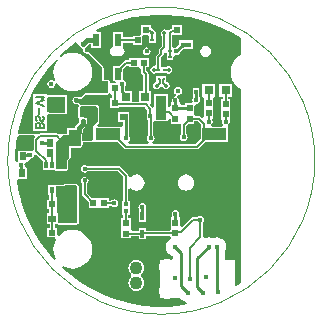
<source format=gbl>
G04*
G04 #@! TF.GenerationSoftware,Altium Limited,Altium Designer,19.0.14 (431)*
G04*
G04 Layer_Physical_Order=4*
G04 Layer_Color=16711680*
%FSLAX25Y25*%
%MOIN*%
G70*
G01*
G75*
%ADD13C,0.00500*%
%ADD14C,0.00050*%
%ADD28R,0.02441X0.02598*%
%ADD29R,0.01575X0.01181*%
%ADD30R,0.02598X0.02441*%
%ADD55C,0.00600*%
%ADD56C,0.01000*%
%ADD57C,0.01500*%
%ADD58C,0.00700*%
%ADD59C,0.00701*%
%ADD61R,0.05315X0.05315*%
%ADD62C,0.05315*%
%ADD63C,0.04331*%
%ADD64R,0.04331X0.04331*%
%ADD65C,0.05118*%
%ADD66C,0.01600*%
%ADD67C,0.01400*%
%ADD82R,0.01378X0.02165*%
%ADD83R,0.07874X0.04567*%
%ADD84R,0.03543X0.07874*%
%ADD85R,0.07874X0.03937*%
%ADD86R,0.03543X0.01772*%
%ADD87R,0.02165X0.02165*%
%ADD88R,0.00787X0.00984*%
%ADD89R,0.00984X0.00787*%
%ADD90R,0.01181X0.01102*%
%ADD91R,0.04134X0.03150*%
%ADD92R,0.02559X0.03150*%
%ADD93R,0.02362X0.04134*%
%ADD94R,0.01575X0.02756*%
%ADD95R,0.03150X0.03150*%
%ADD96R,0.01575X0.00984*%
%ADD97R,0.01181X0.01575*%
%ADD98R,0.03150X0.03150*%
%ADD99R,0.02165X0.02165*%
G36*
X5720Y48332D02*
X9495Y47734D01*
X13211Y46842D01*
X16845Y45662D01*
X20376Y44199D01*
X23781Y42464D01*
X26575Y40752D01*
Y35212D01*
X25952Y34879D01*
X24976Y34079D01*
X24176Y33103D01*
X23581Y31991D01*
X23215Y30783D01*
X23091Y29528D01*
X23215Y28272D01*
X23581Y27064D01*
X24176Y25952D01*
X24976Y24976D01*
X25952Y24176D01*
X26575Y23843D01*
X26575Y-40752D01*
X25020Y-41705D01*
X24409Y-41363D01*
Y-40053D01*
X24499Y-39370D01*
X24409Y-38687D01*
Y-33071D01*
X21391D01*
Y-30034D01*
X21585Y-29566D01*
X21693Y-28740D01*
X21585Y-27915D01*
X21266Y-27145D01*
X20759Y-26485D01*
X20099Y-25978D01*
X19329Y-25659D01*
X18504Y-25551D01*
X17678Y-25659D01*
X17126Y-25888D01*
X16574Y-25659D01*
X15748Y-25551D01*
X14922Y-25659D01*
X14483Y-25841D01*
X14432Y-25828D01*
X13859Y-25394D01*
Y-20670D01*
X13929Y-20622D01*
X14217Y-20192D01*
X14318Y-19685D01*
X14217Y-19178D01*
X13929Y-18748D01*
X13499Y-18461D01*
X12992Y-18360D01*
X12485Y-18461D01*
X12055Y-18748D01*
X12008Y-18818D01*
X10630D01*
X10298Y-18884D01*
X10017Y-19072D01*
X7007Y-22082D01*
X6307Y-21792D01*
Y-19087D01*
X6076D01*
X5840Y-18387D01*
X5949Y-18224D01*
X6050Y-17717D01*
X5949Y-17209D01*
X5662Y-16779D01*
X5232Y-16492D01*
X4724Y-16391D01*
X4217Y-16492D01*
X3787Y-16779D01*
X3500Y-17209D01*
X3399Y-17717D01*
X3500Y-18224D01*
X3609Y-18387D01*
X3373Y-19087D01*
X3142D01*
X3142Y-22441D01*
X3142Y-22890D01*
X2647Y-23385D01*
X-5012D01*
Y-22433D01*
X-7587D01*
Y-23405D01*
X-9733D01*
X-10228Y-22910D01*
X-10228Y-22500D01*
X-10228Y-21989D01*
Y-19146D01*
X-10944D01*
Y-18020D01*
X-10524D01*
X-10524Y-15839D01*
X-10524Y-15139D01*
Y-13476D01*
X-10944D01*
Y-9324D01*
X-10244Y-9086D01*
X-10169Y-9184D01*
X-9612Y-9612D01*
X-8963Y-9880D01*
X-8268Y-9972D01*
X-7572Y-9880D01*
X-6923Y-9612D01*
X-6367Y-9184D01*
X-5940Y-8628D01*
X-5671Y-7979D01*
X-5579Y-7283D01*
X-5671Y-6588D01*
X-5940Y-5939D01*
X-6367Y-5382D01*
X-6923Y-4955D01*
X-7572Y-4687D01*
X-8268Y-4595D01*
X-8963Y-4687D01*
X-9612Y-4955D01*
X-10169Y-5382D01*
X-10244Y-5481D01*
X-10944Y-5243D01*
Y-5020D01*
X-10944Y-5020D01*
X-11010Y-4688D01*
X-11198Y-4407D01*
X-11198Y-4407D01*
X-13560Y-2044D01*
X-13841Y-1856D01*
X-14173Y-1790D01*
X-24606D01*
X-24653Y-1720D01*
X-25083Y-1433D01*
X-25591Y-1332D01*
X-26098Y-1433D01*
X-26528Y-1720D01*
X-26815Y-2150D01*
X-26916Y-2657D01*
X-26815Y-3165D01*
X-26528Y-3595D01*
X-26098Y-3882D01*
X-25591Y-3983D01*
X-25083Y-3882D01*
X-24653Y-3595D01*
X-24606Y-3525D01*
X-14532D01*
X-12678Y-5379D01*
Y-13476D01*
X-13098D01*
X-13098Y-15657D01*
X-13098Y-16357D01*
Y-18020D01*
X-12678D01*
Y-19146D01*
X-13394D01*
X-13394Y-22500D01*
X-13394Y-23011D01*
Y-25854D01*
X-10228D01*
Y-25138D01*
X-7587D01*
Y-26189D01*
X-5012D01*
Y-25119D01*
X3048D01*
X3122Y-25819D01*
X2696Y-26311D01*
X2469Y-26485D01*
X1962Y-27145D01*
X1644Y-27915D01*
X1535Y-28740D01*
X1644Y-29566D01*
X1962Y-30335D01*
X2469Y-30996D01*
X3130Y-31502D01*
X3598Y-31696D01*
X3806Y-31905D01*
Y-32839D01*
X3155Y-33042D01*
X2507Y-32773D01*
X1811Y-32682D01*
X1115Y-32773D01*
X467Y-33042D01*
X429Y-33071D01*
X-394D01*
Y-33865D01*
X-517Y-34026D01*
X-786Y-34674D01*
X-877Y-35370D01*
X-786Y-36066D01*
X-517Y-36714D01*
X-394Y-36875D01*
Y-41865D01*
X-517Y-42026D01*
X-786Y-42674D01*
X-877Y-43370D01*
X-786Y-44066D01*
X-517Y-44714D01*
X-394Y-44875D01*
Y-45669D01*
X429D01*
X467Y-45698D01*
X1115Y-45967D01*
X1811Y-46058D01*
X2507Y-45967D01*
X3155Y-45698D01*
X3193Y-45669D01*
X6265D01*
X6273Y-45689D01*
X6780Y-46350D01*
X7441Y-46857D01*
X8210Y-47175D01*
X8396Y-47200D01*
X8405Y-47907D01*
X5720Y-48332D01*
X1911Y-48632D01*
X-1911D01*
X-5720Y-48332D01*
X-9495Y-47734D01*
X-13211Y-46842D01*
X-16845Y-45662D01*
X-20376Y-44199D01*
X-23781Y-42464D01*
X-27040Y-40467D01*
X-30131Y-38221D01*
X-33037Y-35739D01*
X-33103Y-35673D01*
X-32681Y-35105D01*
X-31991Y-35474D01*
X-30783Y-35840D01*
X-29528Y-35964D01*
X-28272Y-35840D01*
X-27064Y-35474D01*
X-25952Y-34879D01*
X-24976Y-34079D01*
X-24176Y-33103D01*
X-23581Y-31991D01*
X-23215Y-30783D01*
X-23091Y-29528D01*
X-23215Y-28272D01*
X-23581Y-27064D01*
X-24176Y-25952D01*
X-24976Y-24976D01*
X-25952Y-24176D01*
X-27064Y-23581D01*
X-28272Y-23215D01*
X-29528Y-23091D01*
X-30783Y-23215D01*
X-31991Y-23581D01*
X-33103Y-24176D01*
X-34079Y-24976D01*
X-34135Y-25044D01*
X-34835Y-24794D01*
Y-22433D01*
X-35511D01*
Y-21159D01*
X-34811Y-21073D01*
X-34635Y-21249D01*
X-34252Y-21407D01*
X-34252Y-21407D01*
X-28318D01*
X-27935Y-21249D01*
X-27935Y-21249D01*
X-27570Y-20884D01*
X-27411Y-20501D01*
X-27412Y-20501D01*
Y-16287D01*
X-27479Y-16126D01*
Y-13008D01*
X-27412Y-12846D01*
Y-8662D01*
X-27411Y-8661D01*
X-27570Y-8279D01*
X-27570Y-8279D01*
X-27964Y-7885D01*
X-28346Y-7727D01*
X-28346Y-7727D01*
X-31980D01*
X-32284Y-7852D01*
X-35165D01*
X-35165Y-7852D01*
X-35166Y-7853D01*
X-35548Y-8011D01*
X-35611Y-8074D01*
X-35611Y-8074D01*
X-35655Y-8181D01*
X-37606D01*
Y-11346D01*
X-37284D01*
Y-12984D01*
X-38000D01*
Y-16150D01*
X-37284D01*
Y-17571D01*
X-38177D01*
Y-21012D01*
X-37245D01*
Y-22433D01*
X-38000D01*
Y-25598D01*
X-35468D01*
X-35065Y-26298D01*
X-35474Y-27064D01*
X-35840Y-28272D01*
X-35964Y-29528D01*
X-35840Y-30783D01*
X-35474Y-31991D01*
X-35105Y-32681D01*
X-35673Y-33103D01*
X-35739Y-33037D01*
X-38221Y-30131D01*
X-40467Y-27040D01*
X-42464Y-23781D01*
X-44199Y-20376D01*
X-45662Y-16845D01*
X-45895Y-16126D01*
D01*
X-45989Y-15839D01*
X-45992Y-15828D01*
D01*
X-46016Y-15756D01*
X-46114Y-15453D01*
D01*
X-46132Y-15398D01*
X-46225Y-15111D01*
D01*
X-46248Y-15040D01*
X-46365Y-14681D01*
D01*
X-46418Y-14515D01*
X-46530Y-14173D01*
D01*
X-46646Y-13817D01*
X-46842Y-13211D01*
X-47734Y-9495D01*
X-47799Y-9086D01*
D01*
X-47866Y-8661D01*
X-47872Y-8628D01*
D01*
X-47899Y-8457D01*
X-47909Y-8394D01*
D01*
X-47927Y-8279D01*
X-47929Y-8268D01*
D01*
X-47995Y-7852D01*
D01*
D01*
X-48031Y-7620D01*
X-48182Y-6671D01*
X-48031Y-6495D01*
Y-6337D01*
X-47667Y-5972D01*
X-44736D01*
Y-2374D01*
X-45043D01*
X-45545Y-1674D01*
X-45525Y-1575D01*
X-45623Y-1082D01*
X-45626Y-1068D01*
X-45242Y-382D01*
X-44335D01*
Y55D01*
X-43701Y643D01*
X-43194Y744D01*
X-42764Y1031D01*
X-42476Y1461D01*
X-42405Y1818D01*
X-41973Y2042D01*
X-41691Y2094D01*
X-39575Y-23D01*
Y-3039D01*
X-35591D01*
X-35520Y-3210D01*
X-35138Y-3368D01*
X-31980D01*
X-31946Y-3354D01*
X-31911Y-3364D01*
X-31436Y-3302D01*
X-31285Y-3215D01*
X-31285Y-3215D01*
X-31123Y-3148D01*
X-31123Y-3148D01*
X-31113Y-3139D01*
X-31102Y-3110D01*
X-31077Y-3096D01*
X-30955Y-2756D01*
X-30955Y-2756D01*
Y79D01*
X-30418Y616D01*
X-30377Y714D01*
X-30302Y788D01*
X-30120Y1218D01*
X-30119Y1328D01*
X-30077Y1429D01*
X-30077Y1429D01*
Y4329D01*
X-27020D01*
X-26961Y4353D01*
X-26898Y4343D01*
X-26776Y4430D01*
X-26637Y4487D01*
X-26613Y4546D01*
X-26561Y4583D01*
X-26313Y4981D01*
X-26288Y5129D01*
X-26230Y5267D01*
Y6152D01*
X-23228D01*
X-23228Y6152D01*
X-22846Y6310D01*
X-22846Y6310D01*
X-22828Y6328D01*
X-22154Y6390D01*
X-21851Y6390D01*
X-14702D01*
X-12424Y4112D01*
X-12143Y3924D01*
X-11811Y3858D01*
X11811D01*
X12143Y3924D01*
X12424Y4112D01*
X14702Y6390D01*
X22154D01*
Y11116D01*
X22154Y11327D01*
X22276Y11976D01*
X22394Y12055D01*
X22681Y12485D01*
X22782Y12992D01*
X22735Y13229D01*
X23039Y13929D01*
X23039D01*
X23039Y17284D01*
X23039Y17795D01*
Y20638D01*
X22323D01*
Y21350D01*
X23531D01*
Y25500D01*
X19382D01*
Y21350D01*
X20590D01*
Y20638D01*
X19874D01*
X19874Y17283D01*
X19874Y16772D01*
Y13929D01*
X19874D01*
X20178Y13229D01*
X20131Y12992D01*
X20232Y12485D01*
X20519Y12055D01*
X20561Y12027D01*
X20349Y11327D01*
X16856D01*
X16643Y12027D01*
X16685Y12055D01*
X16973Y12485D01*
X17074Y12992D01*
X16979Y13465D01*
X16977Y13507D01*
X17331Y14165D01*
X17331D01*
X17331Y17520D01*
X17331Y18031D01*
Y20874D01*
X17823Y21350D01*
X17823D01*
Y25500D01*
X13673D01*
Y21350D01*
X13673D01*
X14165Y20874D01*
X14165Y17520D01*
X14165Y17009D01*
Y14457D01*
X13465Y14167D01*
X13043Y14589D01*
X12762Y14777D01*
X12430Y14843D01*
X11526D01*
X11032Y15338D01*
X11032Y15748D01*
X11032Y16259D01*
Y18376D01*
X11634Y18970D01*
X11732Y18989D01*
X12141Y19071D01*
X12571Y19358D01*
X12858Y19788D01*
X12959Y20295D01*
X12858Y20802D01*
X12802Y20887D01*
X12705Y21547D01*
X12705Y21547D01*
X12705Y21547D01*
Y24122D01*
X10524D01*
Y21547D01*
X10524D01*
X10458Y20875D01*
X10409Y20802D01*
X10308Y20295D01*
X10406Y19802D01*
X10409Y19788D01*
X10025Y19102D01*
X7866D01*
Y18539D01*
X6706D01*
X6307Y19102D01*
X5995Y19802D01*
X6050Y20079D01*
X5949Y20586D01*
X5662Y21016D01*
X5356Y21220D01*
X5503Y21863D01*
X5522Y21905D01*
X6019Y22004D01*
X6449Y22291D01*
X6736Y22721D01*
X6837Y23228D01*
X6736Y23736D01*
X6449Y24166D01*
X6019Y24453D01*
X5512Y24554D01*
X5005Y24453D01*
X4575Y24166D01*
X4287Y23736D01*
X4186Y23228D01*
X4287Y22721D01*
X4575Y22291D01*
X4880Y22087D01*
X4733Y21444D01*
X4714Y21402D01*
X4217Y21303D01*
X3787Y21016D01*
X3500Y20586D01*
X3399Y20079D01*
X3454Y19802D01*
X3142Y19102D01*
X3142D01*
Y18196D01*
X2442Y17781D01*
X2272Y17873D01*
Y22154D01*
X-2272D01*
Y18115D01*
X-2921Y17697D01*
X-2972Y17703D01*
X-3127Y17936D01*
X-3729Y18538D01*
X-3462Y19185D01*
X-3437D01*
Y23335D01*
X-4251D01*
Y28871D01*
X-4317Y29203D01*
X-4505Y29484D01*
X-5014Y29992D01*
Y30769D01*
X-4977Y30955D01*
Y31095D01*
X-4126D01*
Y34260D01*
X-7291D01*
Y34260D01*
X-7669D01*
Y34260D01*
X-10835D01*
Y33544D01*
X-11780D01*
X-12111Y33478D01*
X-12393Y33290D01*
X-14080Y31602D01*
X-16051D01*
Y26469D01*
X-15526D01*
X-15107Y25769D01*
X-15114Y25756D01*
X-17134Y25756D01*
X-17175Y26439D01*
Y26469D01*
X-17334Y26851D01*
X-17717Y27010D01*
X-19250D01*
Y31012D01*
X-19409Y31394D01*
X-19409Y31394D01*
X-24136Y36122D01*
X-24187Y36143D01*
X-24218Y36189D01*
X-24373Y36220D01*
X-24519Y36280D01*
X-24570Y36259D01*
X-24624Y36270D01*
X-24803Y36234D01*
X-25099Y36293D01*
X-25350Y36461D01*
X-25518Y36712D01*
X-25577Y37008D01*
X-25541Y37187D01*
X-25552Y37241D01*
X-25531Y37292D01*
X-25483Y37703D01*
X-25113Y37995D01*
X-25047Y38039D01*
X-24902Y38256D01*
X-24231Y38927D01*
X-23531Y38849D01*
Y37689D01*
X-20169D01*
Y42823D01*
X-21578D01*
X-21741Y43503D01*
X-20376Y44199D01*
X-16845Y45662D01*
X-13211Y46842D01*
X-9495Y47734D01*
X-5720Y48332D01*
X-1911Y48632D01*
X1911D01*
X5720Y48332D01*
D02*
G37*
G36*
X-27129Y38349D02*
X-26921Y38039D01*
X-26612Y37832D01*
X-26072Y37292D01*
X-26129Y37008D01*
X-26028Y36501D01*
X-25740Y36070D01*
X-25310Y35783D01*
X-24803Y35682D01*
X-24519Y35739D01*
X-19791Y31012D01*
Y26469D01*
X-17717D01*
Y22835D01*
X-18110Y22441D01*
X-21508D01*
Y22508D01*
X-24949D01*
Y22441D01*
X-25591D01*
X-26933Y21098D01*
X-27532D01*
X-27839Y21303D01*
X-28346Y21404D01*
X-28854Y21303D01*
X-29284Y21016D01*
X-29571Y20586D01*
X-29672Y20079D01*
X-29571Y19571D01*
X-29284Y19141D01*
X-28854Y18854D01*
X-28346Y18753D01*
X-28059Y18810D01*
X-27559Y18486D01*
Y18073D01*
X-27707Y17717D01*
X-27707Y17717D01*
Y14722D01*
X-27683Y14666D01*
X-27694Y14607D01*
X-27607Y14481D01*
X-27559Y14366D01*
Y12728D01*
X-28423Y11864D01*
X-28699Y11450D01*
X-28796Y10963D01*
Y10736D01*
X-31405D01*
Y9055D01*
X-34761D01*
X-34914Y9086D01*
X-40534D01*
X-40687Y9055D01*
X-47419D01*
X-47644Y9318D01*
X-47720Y9555D01*
X-46842Y13211D01*
X-45662Y16845D01*
X-44199Y20376D01*
X-42464Y23781D01*
X-40467Y27039D01*
X-38221Y30131D01*
X-35739Y33037D01*
X-34855Y33921D01*
X-34484Y33585D01*
X-34879Y33103D01*
X-35474Y31991D01*
X-35840Y30783D01*
X-35964Y29528D01*
X-35840Y28272D01*
X-35474Y27064D01*
X-35415Y26954D01*
X-35797Y26608D01*
X-36107Y26815D01*
X-36614Y26916D01*
X-37121Y26815D01*
X-37551Y26528D01*
X-37839Y26098D01*
X-37940Y25591D01*
X-37839Y25083D01*
X-37551Y24653D01*
X-37121Y24366D01*
X-36614Y24265D01*
X-36107Y24366D01*
X-35677Y24653D01*
X-35390Y25083D01*
X-35289Y25591D01*
X-34890Y25909D01*
X-34842Y25906D01*
X-34079Y24976D01*
X-33103Y24176D01*
X-31991Y23581D01*
X-30783Y23215D01*
X-29528Y23091D01*
X-28272Y23215D01*
X-27064Y23581D01*
X-25952Y24176D01*
X-24976Y24976D01*
X-24176Y25952D01*
X-23581Y27064D01*
X-23215Y28272D01*
X-23091Y29528D01*
X-23215Y30783D01*
X-23581Y31991D01*
X-24176Y33103D01*
X-24976Y34079D01*
X-25952Y34879D01*
X-27064Y35474D01*
X-28272Y35840D01*
X-29528Y35964D01*
X-30783Y35840D01*
X-31991Y35474D01*
X-33103Y34879D01*
X-33585Y34484D01*
X-33921Y34855D01*
X-33037Y35739D01*
X-30131Y38221D01*
X-28318Y39538D01*
X-27129Y38349D01*
D02*
G37*
G36*
X-16418Y21993D02*
Y20874D01*
X-17134D01*
Y17709D01*
X-13969D01*
Y17968D01*
X-5611D01*
X-4607Y16964D01*
Y16051D01*
X-4831D01*
Y13476D01*
X-4410D01*
Y8465D01*
X-4481Y8418D01*
X-4768Y7988D01*
X-4869Y7480D01*
X-4768Y6973D01*
X-4481Y6543D01*
X-4103Y6291D01*
X-4098Y6240D01*
X-4529Y5591D01*
X-10874D01*
X-11223Y6255D01*
X-11198Y6327D01*
X-10874Y6543D01*
X-10587Y6973D01*
X-10486Y7480D01*
X-10587Y7988D01*
X-10791Y8294D01*
Y12846D01*
X-10760D01*
Y16287D01*
X-14358D01*
Y12846D01*
X-12831D01*
Y11841D01*
X-13280Y11327D01*
X-21170D01*
X-21460Y12027D01*
X-20877Y12609D01*
X-20719Y12992D01*
X-20719Y12992D01*
Y17717D01*
X-20719Y17717D01*
X-20877Y18099D01*
X-20877Y18099D01*
X-21271Y18493D01*
X-21654Y18651D01*
X-21654Y18651D01*
X-26380D01*
X-26772Y18651D01*
X-27176Y18868D01*
X-27231Y18891D01*
X-27264Y18940D01*
X-27764Y19264D01*
X-27965Y19301D01*
X-28165Y19341D01*
X-28346Y19305D01*
X-28642Y19364D01*
X-28894Y19532D01*
X-29061Y19783D01*
X-29120Y20079D01*
X-29061Y20375D01*
X-28894Y20626D01*
X-28642Y20794D01*
X-28346Y20852D01*
X-28050Y20794D01*
X-27833Y20648D01*
X-27678Y20617D01*
X-27532Y20557D01*
X-26933D01*
X-26933Y20557D01*
X-26550Y20716D01*
X-26550Y20716D01*
X-25366Y21900D01*
X-24949D01*
X-24787Y21967D01*
X-21669D01*
X-21508Y21900D01*
X-18110D01*
X-18110Y21900D01*
X-17728Y22058D01*
X-17728Y22058D01*
X-17647Y22139D01*
X-17278Y22464D01*
X-17118Y22498D01*
X-16418Y21993D01*
D02*
G37*
G36*
X-10835Y31536D02*
Y31095D01*
X-7669D01*
Y31095D01*
X-7374D01*
X-6747Y30718D01*
Y29634D01*
X-6681Y29302D01*
X-6493Y29021D01*
X-5985Y28512D01*
Y23335D01*
X-7587D01*
Y19702D01*
X-9736D01*
Y23335D01*
X-11972D01*
Y24777D01*
X-11767Y25083D01*
X-11667Y25591D01*
X-11767Y26098D01*
X-12055Y26528D01*
X-12485Y26815D01*
X-12689Y26856D01*
Y29783D01*
X-12672Y29866D01*
Y30559D01*
X-11535Y31697D01*
X-10835Y31536D01*
D02*
G37*
G36*
X-21260Y17717D02*
Y12992D01*
X-22835Y11417D01*
Y7087D01*
X-23228Y6693D01*
X-26272D01*
Y9363D01*
X-26247Y9486D01*
Y10435D01*
X-25317Y11365D01*
X-25041Y11778D01*
X-24944Y12266D01*
Y12295D01*
X-24894D01*
Y14279D01*
X-25509D01*
X-25731Y14427D01*
X-26219Y14525D01*
X-26665Y14436D01*
X-26729Y14442D01*
X-27165Y14722D01*
Y17717D01*
X-26772Y18110D01*
X-21654D01*
X-21260Y17717D01*
D02*
G37*
G36*
X3142Y13892D02*
Y12394D01*
X5977D01*
X6465Y12098D01*
X6614Y11821D01*
Y8858D01*
X6543Y8811D01*
X6256Y8381D01*
X6155Y7874D01*
X6256Y7367D01*
X6543Y6937D01*
X6973Y6650D01*
X7480Y6549D01*
X7988Y6650D01*
X8418Y6937D01*
X8705Y7367D01*
X8806Y7874D01*
X8705Y8381D01*
X8418Y8811D01*
X8347Y8858D01*
Y11649D01*
X9092Y12394D01*
X11032D01*
Y13110D01*
X12071D01*
X13263Y11918D01*
Y10477D01*
X13280Y10393D01*
Y7418D01*
X11452Y5591D01*
X-2558D01*
X-2989Y6240D01*
X-2983Y6291D01*
X-2606Y6543D01*
X-2319Y6973D01*
X-2218Y7480D01*
X-2319Y7988D01*
X-2606Y8418D01*
X-2676Y8465D01*
Y12747D01*
X-2272Y13280D01*
X-2031Y13280D01*
X2272D01*
Y13641D01*
X2972Y14009D01*
X3142Y13892D01*
D02*
G37*
G36*
X-42112Y7867D02*
X-42345Y7634D01*
X-42533Y7352D01*
X-42599Y7021D01*
Y3638D01*
X-43080Y3278D01*
X-43159Y3238D01*
X-43283Y3211D01*
X-43664Y3287D01*
X-43701Y3294D01*
X-44335Y3217D01*
X-44335Y3216D01*
X-47776D01*
Y-170D01*
X-47932Y-329D01*
X-48632Y-42D01*
Y1911D01*
X-48332Y5720D01*
X-47973Y7986D01*
X-47953Y8023D01*
X-47587Y8390D01*
X-47419Y8514D01*
X-42380D01*
X-42112Y7867D01*
D02*
G37*
G36*
X-26788Y9539D02*
X-26802Y9469D01*
X-26792Y9414D01*
X-26813Y9363D01*
Y6693D01*
X-26772Y6593D01*
Y5267D01*
X-27020Y4870D01*
X-30618D01*
Y1429D01*
X-30618Y1429D01*
X-30618D01*
X-30800Y999D01*
X-31496Y303D01*
Y-2756D01*
X-31506Y-2765D01*
X-31980Y-2827D01*
Y-2827D01*
X-35138D01*
X-35138Y6201D01*
X-32825Y8514D01*
X-31405D01*
X-31023Y8672D01*
X-30864Y9055D01*
Y10195D01*
X-28796D01*
X-28697Y10236D01*
X-26788D01*
Y9539D01*
D02*
G37*
G36*
X-27953Y-8661D02*
Y-12846D01*
X-28020D01*
Y-16287D01*
X-27953D01*
Y-20501D01*
X-28318Y-20866D01*
X-34252D01*
X-34579Y-20539D01*
Y-17571D01*
X-34646D01*
Y-12233D01*
X-35090Y-11789D01*
X-35228Y-11346D01*
X-35228D01*
Y-8457D01*
X-35165Y-8394D01*
X-31980D01*
Y-8268D01*
X-28346D01*
X-27953Y-8661D01*
D02*
G37*
%LPC*%
G36*
X6740Y45087D02*
X3575D01*
Y44065D01*
X3435D01*
X3103Y43999D01*
X2822Y43812D01*
X2573Y43562D01*
X1905Y43398D01*
X1610Y43545D01*
X1453Y43650D01*
X984Y43743D01*
X516Y43650D01*
X119Y43385D01*
X-146Y42988D01*
X-239Y42520D01*
X-146Y42052D01*
X119Y41655D01*
X169Y41622D01*
Y38240D01*
X-585Y37486D01*
X-762Y37222D01*
X-824Y36909D01*
X-824Y36909D01*
Y36007D01*
X-1561Y35271D01*
X-1738Y35006D01*
X-1800Y34694D01*
X-1800Y34694D01*
Y32093D01*
X-2402Y31499D01*
X-2870Y31406D01*
X-3267Y31141D01*
X-3532Y30744D01*
X-3625Y30276D01*
X-3532Y29807D01*
X-3267Y29410D01*
X-2870Y29145D01*
X-2402Y29052D01*
X-2369Y29059D01*
X-1681Y29087D01*
X-1681Y29087D01*
X-1681Y29087D01*
X1681D01*
X1681Y29087D01*
X2369Y29059D01*
X2402Y29052D01*
X2870Y29145D01*
X3267Y29410D01*
X3532Y29807D01*
X3625Y30276D01*
X3532Y30744D01*
X3267Y31141D01*
X2870Y31406D01*
X2402Y31499D01*
X1933Y31406D01*
X1536Y31141D01*
X1503Y31091D01*
X984D01*
X984Y31091D01*
X960Y31087D01*
X881D01*
X802Y31071D01*
X-169D01*
Y34356D01*
X568Y35092D01*
X568Y35092D01*
X745Y35357D01*
X807Y35669D01*
Y36052D01*
X923Y36122D01*
X1324Y36101D01*
X1724Y35942D01*
X1801Y35827D01*
X1862Y35173D01*
Y33535D01*
X4043D01*
Y34663D01*
X4743Y35127D01*
X4921Y35092D01*
X5429Y35193D01*
X5858Y35480D01*
X6146Y35910D01*
X6218Y36272D01*
X7241Y37295D01*
X10539D01*
Y40067D01*
X5996D01*
Y38934D01*
X4776Y37714D01*
X4414Y37642D01*
X3721Y38021D01*
Y41921D01*
X6740D01*
Y45087D01*
D02*
G37*
G36*
X-3535D02*
X-6701D01*
Y42403D01*
X-6701Y41921D01*
X-6936Y41837D01*
X-7310Y41703D01*
X-9457D01*
Y41123D01*
X-12689D01*
Y42823D01*
X-16051D01*
Y38000D01*
X-16231Y37964D01*
X-16774Y37601D01*
X-17137Y37058D01*
X-17264Y36417D01*
X-17137Y35777D01*
X-16774Y35234D01*
X-16231Y34871D01*
X-15590Y34743D01*
X-13937D01*
X-13296Y34871D01*
X-12753Y35234D01*
X-12391Y35777D01*
X-12263Y36417D01*
X-12391Y37058D01*
X-12419Y37101D01*
X-12689Y37689D01*
Y39389D01*
X-9457D01*
Y38538D01*
X-6291D01*
Y41221D01*
X-6291Y41703D01*
X-6056Y41787D01*
X-5682Y41921D01*
X-4346D01*
X-4043Y41346D01*
Y39244D01*
X-1862D01*
Y41346D01*
X-1862D01*
X-1834Y42035D01*
X-1822Y42052D01*
X-1729Y42520D01*
X-1822Y42988D01*
X-2088Y43385D01*
X-2485Y43650D01*
X-2739Y43701D01*
X-2930Y43893D01*
X-3212Y44080D01*
X-3535Y44145D01*
Y45087D01*
D02*
G37*
G36*
X-4921Y37743D02*
X-5429Y37642D01*
X-5858Y37355D01*
X-6146Y36925D01*
X-6247Y36417D01*
X-6146Y35910D01*
X-5858Y35480D01*
X-5429Y35193D01*
X-4921Y35092D01*
X-4414Y35193D01*
X-3984Y35480D01*
X-3697Y35910D01*
X-3596Y36417D01*
X-3697Y36925D01*
X-3984Y37355D01*
X-4414Y37642D01*
X-4921Y37743D01*
D02*
G37*
G36*
X14764Y38252D02*
X14062Y38112D01*
X13467Y37714D01*
X13069Y37119D01*
X12929Y36417D01*
X13069Y35715D01*
X13467Y35120D01*
X14062Y34723D01*
X14764Y34583D01*
X15466Y34723D01*
X16061Y35120D01*
X16459Y35715D01*
X16598Y36417D01*
X16459Y37119D01*
X16061Y37714D01*
X15466Y38112D01*
X14764Y38252D01*
D02*
G37*
G36*
X1681Y28236D02*
X-1681D01*
X-1681Y26252D01*
X-2043Y26130D01*
X-2440Y25865D01*
X-2705Y25468D01*
X-2798Y25000D01*
X-2705Y24532D01*
X-2440Y24135D01*
X-2043Y23870D01*
X-1575Y23776D01*
X-1107Y23870D01*
X-710Y24135D01*
X-444Y24532D01*
X-0Y24712D01*
X444Y24532D01*
X710Y24135D01*
X1107Y23870D01*
X1575Y23776D01*
X2043Y23870D01*
X2440Y24135D01*
X2705Y24532D01*
X2798Y25000D01*
X2705Y25468D01*
X2440Y25865D01*
X2043Y26130D01*
X1681Y26252D01*
X1681Y26862D01*
Y28236D01*
D02*
G37*
G36*
X8268Y-4595D02*
X7572Y-4687D01*
X6923Y-4955D01*
X6367Y-5382D01*
X5940Y-5939D01*
X5671Y-6588D01*
X5579Y-7283D01*
X5671Y-7979D01*
X5940Y-8628D01*
X6367Y-9184D01*
X6923Y-9612D01*
X7572Y-9880D01*
X8268Y-9972D01*
X8963Y-9880D01*
X9612Y-9612D01*
X10169Y-9184D01*
X10596Y-8628D01*
X10864Y-7979D01*
X10956Y-7283D01*
X10864Y-6588D01*
X10596Y-5939D01*
X10169Y-5382D01*
X9612Y-4955D01*
X8963Y-4687D01*
X8268Y-4595D01*
D02*
G37*
G36*
X-25591Y-5269D02*
X-26098Y-5370D01*
X-26528Y-5657D01*
X-26815Y-6087D01*
X-26916Y-6594D01*
X-26815Y-7102D01*
X-26528Y-7532D01*
X-26458Y-7579D01*
Y-11220D01*
X-26392Y-11552D01*
X-26204Y-11834D01*
X-24220Y-13817D01*
Y-15756D01*
X-20866Y-15756D01*
X-20355Y-15756D01*
X-17512D01*
Y-15040D01*
X-16732D01*
X-16685Y-15111D01*
X-16255Y-15398D01*
X-15748Y-15499D01*
X-15241Y-15398D01*
X-14811Y-15111D01*
X-14524Y-14681D01*
X-14423Y-14173D01*
X-14524Y-13666D01*
X-14811Y-13236D01*
X-15241Y-12949D01*
X-15748Y-12848D01*
X-16255Y-12949D01*
X-16685Y-13236D01*
X-16732Y-13306D01*
X-17512D01*
Y-12591D01*
X-20866Y-12591D01*
X-21377Y-12591D01*
X-22994D01*
X-24724Y-10861D01*
Y-7579D01*
X-24653Y-7532D01*
X-24366Y-7102D01*
X-24265Y-6594D01*
X-24366Y-6087D01*
X-24653Y-5657D01*
X-25083Y-5370D01*
X-25591Y-5269D01*
D02*
G37*
G36*
X-6299Y-14127D02*
X-6806Y-14228D01*
X-7237Y-14515D01*
X-7524Y-14945D01*
X-7625Y-15453D01*
X-7550Y-15828D01*
X-7587Y-16528D01*
X-7587D01*
Y-20283D01*
X-5012D01*
Y-16528D01*
X-5012Y-16528D01*
X-5048Y-15828D01*
X-4974Y-15453D01*
X-5075Y-14945D01*
X-5362Y-14515D01*
X-5792Y-14228D01*
X-6299Y-14127D01*
D02*
G37*
G36*
X-8327Y-33001D02*
X-9023Y-33092D01*
X-9671Y-33361D01*
X-10228Y-33788D01*
X-10655Y-34345D01*
X-10924Y-34993D01*
X-11015Y-35689D01*
X-10924Y-36385D01*
X-10655Y-37033D01*
X-10228Y-37590D01*
X-9994Y-37769D01*
X-9986Y-37784D01*
Y-38594D01*
X-9994Y-38609D01*
X-10228Y-38788D01*
X-10655Y-39345D01*
X-10924Y-39993D01*
X-11015Y-40689D01*
X-10924Y-41385D01*
X-10655Y-42033D01*
X-10228Y-42590D01*
X-9671Y-43017D01*
X-9023Y-43286D01*
X-8327Y-43377D01*
X-7631Y-43286D01*
X-6983Y-43017D01*
X-6426Y-42590D01*
X-5999Y-42033D01*
X-5730Y-41385D01*
X-5638Y-40689D01*
X-5730Y-39993D01*
X-5999Y-39345D01*
X-6426Y-38788D01*
X-6660Y-38609D01*
X-6668Y-38594D01*
Y-37784D01*
X-6660Y-37769D01*
X-6426Y-37590D01*
X-5999Y-37033D01*
X-5730Y-36385D01*
X-5638Y-35689D01*
X-5730Y-34993D01*
X-5999Y-34345D01*
X-6426Y-33788D01*
X-6983Y-33361D01*
X-7631Y-33092D01*
X-8327Y-33001D01*
D02*
G37*
G36*
X-38233Y22115D02*
X-42732D01*
Y9963D01*
X-38233D01*
Y15373D01*
X-37803Y15543D01*
X-37733Y15543D01*
X-31488D01*
Y21858D01*
X-37733D01*
X-37803Y21858D01*
X-38233Y22028D01*
Y22115D01*
D02*
G37*
%LPD*%
G36*
X-32029Y16084D02*
X-37733D01*
X-37733Y16085D01*
X-38145Y16515D01*
X-38233Y16625D01*
Y20776D01*
X-38145Y20887D01*
X-37733Y21317D01*
X-37733Y21317D01*
X-32029D01*
Y16084D01*
D02*
G37*
D13*
X-14764Y40256D02*
X-14705Y40315D01*
X-39233Y10963D02*
X-41732D01*
X-39233D02*
Y12034D01*
X-39352Y12391D01*
X-39471Y12510D01*
X-39709Y12629D01*
X-39947D01*
X-40185Y12510D01*
X-40304Y12391D01*
X-40423Y12034D01*
Y10963D02*
Y12034D01*
X-40542Y12391D01*
X-40661Y12510D01*
X-40899Y12629D01*
X-41256D01*
X-41494Y12510D01*
X-41613Y12391D01*
X-41732Y12034D01*
Y10963D01*
X-39590Y14855D02*
X-39352Y14617D01*
X-39233Y14259D01*
Y13783D01*
X-39352Y13426D01*
X-39590Y13188D01*
X-39828D01*
X-40066Y13307D01*
X-40185Y13426D01*
X-40304Y13664D01*
X-40542Y14378D01*
X-40661Y14617D01*
X-40780Y14736D01*
X-41018Y14855D01*
X-41375D01*
X-41613Y14617D01*
X-41732Y14259D01*
Y13783D01*
X-41613Y13426D01*
X-41375Y13188D01*
X-40661Y15414D02*
Y17556D01*
X-39233Y18294D02*
X-41732Y19247D01*
X-39233Y20199D02*
X-41732Y19247D01*
X-39709Y20520D02*
X-39590Y20758D01*
X-39233Y21115D01*
X-41732D01*
D14*
X51181Y0D02*
G03*
X51181Y0I-51181J0D01*
G01*
D28*
X-46457Y-7638D02*
D03*
Y-4173D02*
D03*
X-23228Y20709D02*
D03*
Y24173D02*
D03*
X-46055Y4882D02*
D03*
Y1417D02*
D03*
X-37008Y6063D02*
D03*
Y2598D02*
D03*
D29*
X-11811Y-14567D02*
D03*
Y-16929D02*
D03*
D30*
X-9094Y14567D02*
D03*
X-12559D02*
D03*
X-28819Y3150D02*
D03*
X-32283D02*
D03*
X-36378Y-19291D02*
D03*
X-32913D02*
D03*
X-26221Y-14567D02*
D03*
X-29685D02*
D03*
D55*
X-1575Y25000D02*
X-1482D01*
X-787Y27146D02*
X-550Y26908D01*
Y25932D02*
Y26908D01*
X-787Y27146D02*
Y27244D01*
X-1482Y25000D02*
X-550Y25932D01*
X787Y27146D02*
Y27244D01*
X1482Y25000D02*
X1575D01*
X550Y26908D02*
X787Y27146D01*
X550Y25932D02*
Y26908D01*
Y25932D02*
X1482Y25000D01*
X-2402Y30276D02*
X-984D01*
X-2461D02*
X-2402D01*
X-9Y36909D02*
X984Y37902D01*
X-9Y35669D02*
Y36909D01*
X-984Y34694D02*
X-9Y35669D01*
X-984Y30276D02*
Y34694D01*
X984Y37902D02*
Y42520D01*
X979Y30271D02*
X984Y30276D01*
X881Y30271D02*
X979D01*
X787Y30177D02*
X881Y30271D01*
X787Y30079D02*
Y30177D01*
X984Y30276D02*
X2402D01*
D56*
X-44725Y1969D02*
G03*
X-46055Y1417I0J-1882D01*
G01*
X-46850Y-3223D02*
G03*
X-46457Y-4173I1344J0D01*
G01*
X-9078Y17184D02*
Y17274D01*
X-9094Y17290D02*
X-9078Y17274D01*
X-6102Y17184D02*
Y17185D01*
Y14764D02*
Y17184D01*
X-9094Y14567D02*
Y17290D01*
X-12992Y22920D02*
Y25591D01*
Y22920D02*
X-12886Y22814D01*
Y22335D02*
Y22814D01*
Y22335D02*
X-11811Y21260D01*
X-12559Y14567D02*
X-12531D01*
X-11811Y13847D01*
Y7480D02*
Y13847D01*
X4921Y36417D02*
X6799Y38295D01*
X7382Y38572D02*
X8159D01*
X6996Y38295D02*
X7382Y38681D01*
X6799Y38295D02*
X6996D01*
X7382Y38681D02*
X8268D01*
X9539Y35164D02*
X10792Y36417D01*
X9539Y34933D02*
Y35164D01*
X9154Y34547D02*
X9539Y34933D01*
X8268Y34547D02*
X9154D01*
X8159Y38572D02*
X8268Y38681D01*
X-44725Y1969D02*
X-43701D01*
X-46055Y1417D02*
X-45819Y1181D01*
X-28346Y20079D02*
X-23858D01*
X-23228Y20709D01*
X-18504Y29429D02*
Y32677D01*
Y29429D02*
X-18110Y29035D01*
X-8009Y40256D02*
X-7874Y40121D01*
X-23779Y21260D02*
X-23228Y20709D01*
X12008Y-42067D02*
Y-32480D01*
X15748Y-28740D01*
X12008Y-42067D02*
X14035Y-44094D01*
X4724Y-28740D02*
X6693Y-30709D01*
Y-41752D02*
Y-30709D01*
X4724Y-20669D02*
Y-17717D01*
X6693Y-41752D02*
X9035Y-44094D01*
X4724Y-20669D02*
X4724Y-20669D01*
X-6299Y-18406D02*
Y-15453D01*
X18504Y-43243D02*
Y-28740D01*
X18986Y-43744D02*
Y-43725D01*
X18504Y-43243D02*
X18986Y-43725D01*
X-2756Y36410D02*
Y36573D01*
X4724Y17520D02*
Y20079D01*
X11634Y20295D02*
Y22815D01*
X9252Y20295D02*
Y22835D01*
X15748Y26575D02*
Y29724D01*
X5906Y30177D02*
Y31988D01*
X5158Y32736D02*
X5906Y31988D01*
X2953Y32736D02*
X5158D01*
X4961Y47244D02*
X5158Y47047D01*
X2402Y47244D02*
X4961D01*
X-4921D02*
X-2362D01*
X-5118Y47047D02*
X-4921Y47244D01*
X-2953Y36769D02*
X-2756Y36573D01*
X-2953Y36769D02*
Y38445D01*
X11614Y22835D02*
X11634Y22815D01*
X10792Y36417D02*
X10827D01*
X4724Y17520D02*
X9449D01*
X-14764Y40256D02*
X-14628Y40121D01*
X-8071Y36614D02*
X-7874Y36417D01*
X-10827Y36614D02*
X-8071D01*
X-7933Y40256D02*
X-7874Y40315D01*
X-39803Y6063D02*
X-37008D01*
X-15551Y-7390D02*
Y-5118D01*
X-17020Y-8858D02*
X-15551Y-7390D01*
X-17717Y-8858D02*
X-17020D01*
X12027D02*
X17717D01*
X0Y-17717D02*
Y-12205D01*
X-39961Y-24016D02*
Y-21457D01*
X-40354Y-5315D02*
Y-1457D01*
X-38071Y-5610D02*
X-36417D01*
X-26221Y-17165D02*
Y-14567D01*
X-46850Y-3223D02*
Y-1575D01*
X-46055Y4882D02*
Y7484D01*
X-28819Y3150D02*
X-25827D01*
X-28839Y8661D02*
X-28346D01*
X-27522Y9486D01*
X-26219Y13250D02*
X-26181Y13287D01*
X-19094Y16929D02*
Y19291D01*
X-19094Y14567D02*
X-16535D01*
D57*
X-22638D02*
Y16929D01*
X-24705Y40256D02*
X-21850D01*
X-25984Y38976D02*
X-24705Y40256D01*
X-27522Y9486D02*
Y10963D01*
X-26219Y12266D01*
Y13250D01*
D58*
X-5118Y21654D02*
Y28871D01*
X-5512Y21260D02*
X-5118Y21654D01*
X-11811Y-20728D02*
Y-16929D01*
X-6142Y32677D02*
X-5844Y32379D01*
Y30955D02*
Y32379D01*
X-5881Y30918D02*
X-5844Y30955D01*
X-5881Y29634D02*
Y30918D01*
Y29634D02*
X-5118Y28871D01*
X-14567Y29232D02*
X-13933Y29866D01*
X-13539Y30918D02*
X-11780Y32677D01*
X-9685D01*
X-13539Y29866D02*
Y30918D01*
X-14370Y29035D02*
X-13539Y29866D01*
X-14370Y40256D02*
X-8009D01*
X21457Y19055D02*
Y23425D01*
Y12992D02*
Y15512D01*
X9449Y-28937D02*
X12992Y-25394D01*
X9449Y-39370D02*
Y-28937D01*
X12992Y-25394D02*
Y-19685D01*
X9252Y-39370D02*
X9449D01*
X10630Y-19685D02*
X12992D01*
X6447Y-23868D02*
X10630Y-19685D01*
X5069Y-23868D02*
X6447D01*
X4724Y-24213D02*
X5069Y-23868D01*
X15748Y12992D02*
X15748Y12992D01*
X15748Y12992D02*
Y15748D01*
X12430Y13976D02*
X14130Y12277D01*
Y10477D02*
Y12277D01*
Y10477D02*
X15748Y8858D01*
X16727D01*
X9449Y13976D02*
X12430D01*
X21654Y12992D02*
X21654Y12992D01*
X-6240Y-24252D02*
X4685D01*
X-6299Y-24311D02*
X-6240Y-24252D01*
X4685D02*
X4724Y-24213D01*
X-6339Y-24272D02*
X-6299Y-24311D01*
X-11811Y-24272D02*
X-6339D01*
X7480Y7874D02*
Y12008D01*
X9449Y13976D01*
X15748Y8858D02*
X16727D01*
X17717D01*
X11811Y4724D02*
X14130Y7043D01*
Y7240D01*
X15748Y8858D01*
X-11811Y4724D02*
X11811D01*
X-14130Y7043D02*
X-11811Y4724D01*
X-14130Y7043D02*
Y7240D01*
X-15748Y8858D02*
X-14130Y7240D01*
X-17717Y8858D02*
X-15748D01*
X0Y17711D02*
Y17717D01*
Y17711D02*
X1422Y16289D01*
X2412D01*
X4724Y13976D01*
X2854Y42618D02*
X3435Y43199D01*
X4852D01*
X5158Y43504D01*
X2854Y36410D02*
Y42618D01*
X-4894Y43280D02*
X-3543D01*
X-5118Y43504D02*
X-4894Y43280D01*
X-3543D02*
X-2953Y42689D01*
Y42520D02*
Y42689D01*
Y40295D02*
Y42520D01*
X2953Y34587D02*
Y36312D01*
X2854Y36410D02*
X2953Y36312D01*
X15748Y19291D02*
Y23425D01*
D59*
X-15094Y18835D02*
X-5252D01*
X-3740Y17323D01*
X-15551Y19291D02*
X-15094Y18835D01*
X-3740Y14764D02*
Y17323D01*
X-3543Y7480D02*
Y14567D01*
X-3740Y14764D02*
X-3543Y14567D01*
X-11811Y-14567D02*
Y-5020D01*
X-33388Y6693D02*
X-30966D01*
X-30555Y7103D01*
Y7437D01*
X-29331Y8661D01*
X-28839D01*
X-34914Y8219D02*
X-33388Y6693D01*
X-40534Y8219D02*
X-34914D01*
X21457Y26575D02*
Y29724D01*
X-41732Y7021D02*
X-40534Y8219D01*
X-41732Y3361D02*
Y7021D01*
Y3361D02*
X-38579Y207D01*
Y-1264D02*
Y207D01*
Y-1264D02*
X-38386Y-1457D01*
X-37008Y2598D02*
X-36417Y2008D01*
Y-1457D02*
Y2008D01*
X-14173Y-2657D02*
X-11811Y-5020D01*
X-25591Y-2657D02*
X-14173D01*
X-19094Y-14173D02*
X-15748D01*
X-25591Y-11220D02*
X-22638Y-14173D01*
X-25591Y-11220D02*
Y-6594D01*
X-36417Y-24016D02*
X-36378Y-23976D01*
Y-19291D01*
X-36417Y-19252D02*
X-36378Y-19291D01*
X-36417Y-19252D02*
Y-14567D01*
Y-9764D01*
X-15551Y19291D02*
X-15551Y19291D01*
X-15551Y19291D02*
Y24173D01*
D61*
X-34646Y18701D02*
D03*
D62*
Y12795D02*
D03*
D63*
X-8327Y-40689D02*
D03*
X-13327D02*
D03*
X-8327Y-35689D02*
D03*
D64*
X-13327D02*
D03*
D65*
X-9449Y27953D02*
D03*
Y44882D02*
D03*
X9449Y27953D02*
D03*
Y44882D02*
D03*
D66*
X-9078Y17184D02*
D03*
X-6102D02*
D03*
X-11811Y7480D02*
D03*
X-43701Y4331D02*
D03*
X1962Y7352D02*
D03*
X10956D02*
D03*
X-36614Y25591D02*
D03*
X-29215Y-36929D02*
D03*
X-37377Y-29426D02*
D03*
X25591Y-39342D02*
D03*
X4733Y-47244D02*
D03*
X22153Y39653D02*
D03*
X19653Y34653D02*
D03*
Y4653D02*
D03*
X22153Y-347D02*
D03*
X19653Y-5347D02*
D03*
Y-15347D02*
D03*
X14653Y44653D02*
D03*
X17153Y-347D02*
D03*
X12153D02*
D03*
X9653Y-15347D02*
D03*
X7153Y19653D02*
D03*
X4653Y-15347D02*
D03*
X2153Y-347D02*
D03*
X-347Y-5347D02*
D03*
X-2847Y-347D02*
D03*
Y-10347D02*
D03*
Y-40347D02*
D03*
X-5347Y-45347D02*
D03*
X-7847Y-347D02*
D03*
Y-30347D02*
D03*
X-10347Y-45347D02*
D03*
X-15347Y44653D02*
D03*
Y4653D02*
D03*
X-12847Y-347D02*
D03*
X-20347Y34653D02*
D03*
Y-25347D02*
D03*
X-17847Y-40347D02*
D03*
X-22847D02*
D03*
X-42847Y-20347D02*
D03*
X4724Y-38976D02*
D03*
X-24803Y37008D02*
D03*
X-15354Y12598D02*
D03*
X-12992Y25591D02*
D03*
X-22638Y16929D02*
D03*
X-28346Y20079D02*
D03*
X4724Y-28740D02*
D03*
X15748D02*
D03*
X12992Y-19685D02*
D03*
X9449Y-39370D02*
D03*
X15748Y12992D02*
D03*
X21457D02*
D03*
X4724Y-17717D02*
D03*
X-6299Y-15453D02*
D03*
X18504Y-28740D02*
D03*
X14764Y-38917D02*
D03*
X18986Y-43887D02*
D03*
X9035Y-44094D02*
D03*
X14035D02*
D03*
X-4921Y36417D02*
D03*
X-2756Y36410D02*
D03*
X5512Y23228D02*
D03*
X4724Y20079D02*
D03*
X11634Y20295D02*
D03*
X9252D02*
D03*
X15748Y26575D02*
D03*
X5906Y30177D02*
D03*
X7480Y7874D02*
D03*
X2402Y47244D02*
D03*
X-2362D02*
D03*
X4921Y36417D02*
D03*
X-10827Y36614D02*
D03*
X10827Y36417D02*
D03*
X-39803Y6063D02*
D03*
X-15551Y-5118D02*
D03*
X-25591Y-2657D02*
D03*
X-25197Y-22441D02*
D03*
X24803Y17003D02*
D03*
Y-28740D02*
D03*
X-3543Y7480D02*
D03*
X-5906D02*
D03*
X21457Y26575D02*
D03*
X12027Y-8858D02*
D03*
X0Y-12205D02*
D03*
X-39961Y-21457D02*
D03*
X-36417Y-6693D02*
D03*
Y-4331D02*
D03*
X-26221Y-17165D02*
D03*
X-43701Y-14961D02*
D03*
Y-12598D02*
D03*
X-29528Y-19685D02*
D03*
Y-17323D02*
D03*
X-46850Y-1575D02*
D03*
X-46055Y7484D02*
D03*
X-43701Y1969D02*
D03*
X-15748Y-14173D02*
D03*
X-25591Y-6594D02*
D03*
X-41732Y-17165D02*
D03*
X-33724Y-4331D02*
D03*
Y-6693D02*
D03*
X-39248D02*
D03*
Y-4331D02*
D03*
X-25827Y3150D02*
D03*
X-18504Y32677D02*
D03*
X-19094Y16929D02*
D03*
X-16535Y14567D02*
D03*
X-25984Y38976D02*
D03*
D67*
X-4331Y30276D02*
D03*
X-3543Y25000D02*
D03*
X3543D02*
D03*
X-1575D02*
D03*
X1575D02*
D03*
X-2402Y30276D02*
D03*
X2402D02*
D03*
X2854Y36410D02*
D03*
X984Y42520D02*
D03*
X-2953D02*
D03*
D82*
X-32480Y-9764D02*
D03*
Y-1457D02*
D03*
X-38386Y-9764D02*
D03*
X-34449D02*
D03*
X-36417D02*
D03*
X-40354D02*
D03*
X-34449Y-1457D02*
D03*
X-36417D02*
D03*
X-38386D02*
D03*
X-40354D02*
D03*
D83*
X-36417Y-5610D02*
D03*
D84*
X0Y17717D02*
D03*
Y-17717D02*
D03*
D85*
X17717Y8858D02*
D03*
X-17717D02*
D03*
X17717Y-8858D02*
D03*
X-17717D02*
D03*
D86*
X8268Y38681D02*
D03*
Y34547D02*
D03*
D87*
X-39961Y-24016D02*
D03*
X-36417D02*
D03*
X-5709Y32677D02*
D03*
X-9252D02*
D03*
X-15551Y24173D02*
D03*
X-19094D02*
D03*
X-19094Y19291D02*
D03*
X-15551D02*
D03*
X-22638Y-14173D02*
D03*
X-19094D02*
D03*
Y14567D02*
D03*
X-22638D02*
D03*
X-36417Y-14567D02*
D03*
X-32874D02*
D03*
D88*
X-787Y27244D02*
D03*
X787D02*
D03*
Y30079D02*
D03*
X-787D02*
D03*
D89*
X1811Y28661D02*
D03*
X-1811D02*
D03*
D90*
X2953Y34587D02*
D03*
Y32736D02*
D03*
X-2953Y40295D02*
D03*
Y38445D02*
D03*
D91*
X-28839Y8661D02*
D03*
D92*
X-24705D02*
D03*
D93*
X-18110Y29035D02*
D03*
X-21850D02*
D03*
X-14370D02*
D03*
X-21850Y40256D02*
D03*
X-14370D02*
D03*
D94*
X-6299Y-18406D02*
D03*
Y-24311D02*
D03*
X-28937Y14173D02*
D03*
D95*
X15748Y29724D02*
D03*
Y23425D02*
D03*
X21457Y29724D02*
D03*
Y23425D02*
D03*
D96*
X-26181Y13287D02*
D03*
Y15059D02*
D03*
D97*
X-6102Y14764D02*
D03*
X-3740D02*
D03*
X9252Y22835D02*
D03*
X11614D02*
D03*
D98*
X-5512Y21260D02*
D03*
X-11811D02*
D03*
D99*
X5158Y47047D02*
D03*
Y43504D02*
D03*
X-5118Y47047D02*
D03*
Y43504D02*
D03*
X4724Y13976D02*
D03*
Y17520D02*
D03*
X9449Y13976D02*
D03*
Y17520D02*
D03*
X-7874Y36577D02*
D03*
Y40121D02*
D03*
X4724Y-24213D02*
D03*
Y-20669D02*
D03*
X-11811Y-20728D02*
D03*
Y-24272D02*
D03*
X21457Y19055D02*
D03*
Y15512D02*
D03*
X15748Y19291D02*
D03*
Y15748D02*
D03*
M02*

</source>
